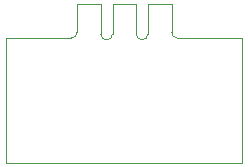
<source format=gbr>
%TF.GenerationSoftware,KiCad,Pcbnew,7.0.2-6a45011f42~172~ubuntu22.04.1*%
%TF.CreationDate,2023-05-29T23:15:52+12:00*%
%TF.ProjectId,THE_BRAWN-20A_LOGIC,5448455f-4252-4415-974e-2d3230415f4c,v2.0*%
%TF.SameCoordinates,Original*%
%TF.FileFunction,Profile,NP*%
%FSLAX46Y46*%
G04 Gerber Fmt 4.6, Leading zero omitted, Abs format (unit mm)*
G04 Created by KiCad (PCBNEW 7.0.2-6a45011f42~172~ubuntu22.04.1) date 2023-05-29 23:15:52*
%MOMM*%
%LPD*%
G01*
G04 APERTURE LIST*
%TA.AperFunction,Profile*%
%ADD10C,0.050000*%
%TD*%
G04 APERTURE END LIST*
D10*
X146500000Y-151200000D02*
X144500000Y-151200000D01*
X143500000Y-153700000D02*
X143500000Y-151200000D01*
X149500000Y-151200000D02*
X149500000Y-153550000D01*
X141500000Y-151200000D02*
X141500000Y-153550000D01*
X155500000Y-154050000D02*
X155500000Y-164600000D01*
X149500000Y-153550000D02*
G75*
G03*
X150000000Y-154050000I500000J0D01*
G01*
X147500000Y-151200000D02*
X149500000Y-151200000D01*
X135500000Y-154050000D02*
X135500000Y-164600000D01*
X144500000Y-151200000D02*
X144500000Y-153700000D01*
X143500000Y-151200000D02*
X141500000Y-151200000D01*
X141000000Y-154050000D02*
G75*
G03*
X141500000Y-153550000I0J500000D01*
G01*
X147000000Y-154200000D02*
G75*
G03*
X147500000Y-153700000I0J500000D01*
G01*
X146500000Y-153700000D02*
G75*
G03*
X147000000Y-154200000I500000J0D01*
G01*
X147500000Y-151200000D02*
X147500000Y-153700000D01*
X155500000Y-164600000D02*
X135500000Y-164600000D01*
X135500000Y-154050000D02*
X141000000Y-154050000D01*
X150000000Y-154050000D02*
X155500000Y-154050000D01*
X144000000Y-154200000D02*
G75*
G03*
X144500000Y-153700000I0J500000D01*
G01*
X143500000Y-153700000D02*
G75*
G03*
X144000000Y-154200000I500000J0D01*
G01*
X146500000Y-153700000D02*
X146500000Y-151200000D01*
M02*

</source>
